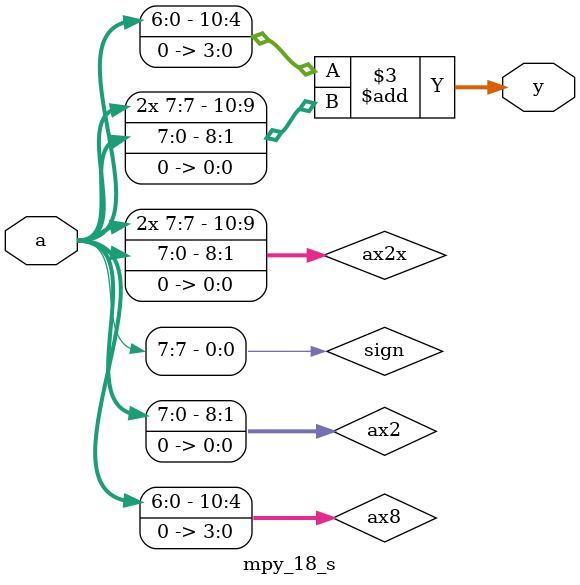
<source format=sv>

module mpy_18_s #(parameter W=8) (
	input logic signed [W-1:0] a,
	output logic signed [W+4-1:0] y
	)
	;
   logic [W+3-1:0] ax8;
   logic [W+1-1:0] ax2;
   logic sign;
   logic [W+3-1:0] ax2x;  // extended to match bitwith of ax8

   assign sign = a[W-1];

   assign ax8 = a << 4;
   assign ax2 = a << 1;
   assign ax2x = {{2{sign}},ax2}; // sign extend
   assign y = ax8 + ax2x;

endmodule: mpy_18_s
</source>
